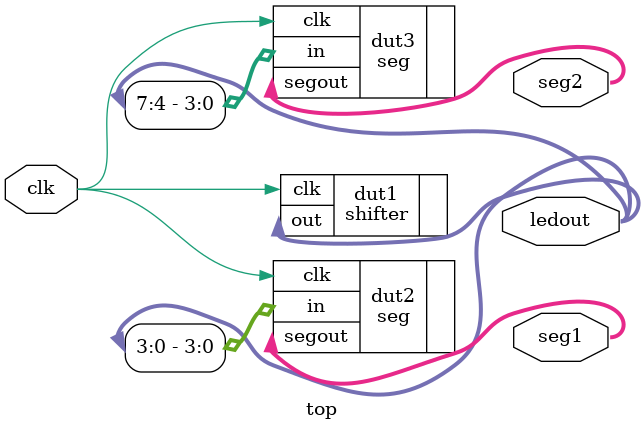
<source format=v>
module top(
input clk, 
output reg [7:0] seg1,seg2, 
output reg [7:0] ledout);


shifter dut1(.clk(clk),.out(ledout));
seg dut2(.in(ledout[3:0]),.clk(clk),.segout(seg1));
seg dut3(.in(ledout[7:4]),.clk(clk),.segout(seg2));
endmodule


</source>
